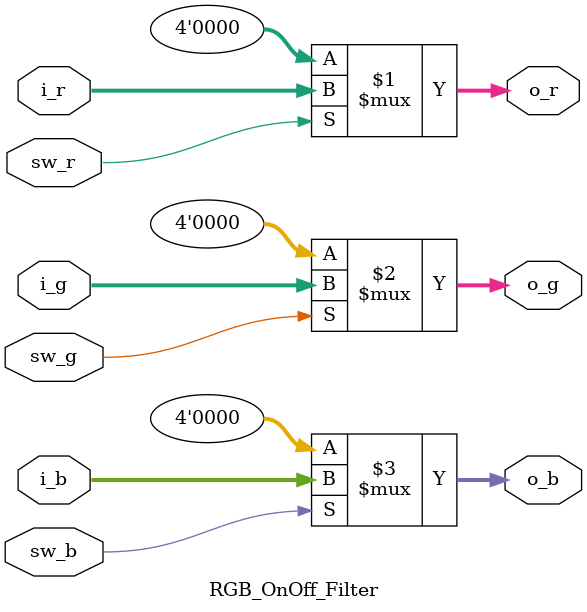
<source format=sv>
`timescale 1ns / 1ps

module RGB_OnOff_Filter(
    input  logic       sw_r,
    input  logic       sw_g,
    input  logic       sw_b,
    input  logic [3:0] i_r,
    input  logic [3:0] i_g,
    input  logic [3:0] i_b,
    output logic [3:0] o_r,
    output logic [3:0] o_g,
    output logic [3:0] o_b
    );
    assign o_r = sw_r ? i_r : 4'b0;
    assign o_g = sw_g ? i_g : 4'b0;
    assign o_b = sw_b ? i_b : 4'b0;

endmodule

</source>
